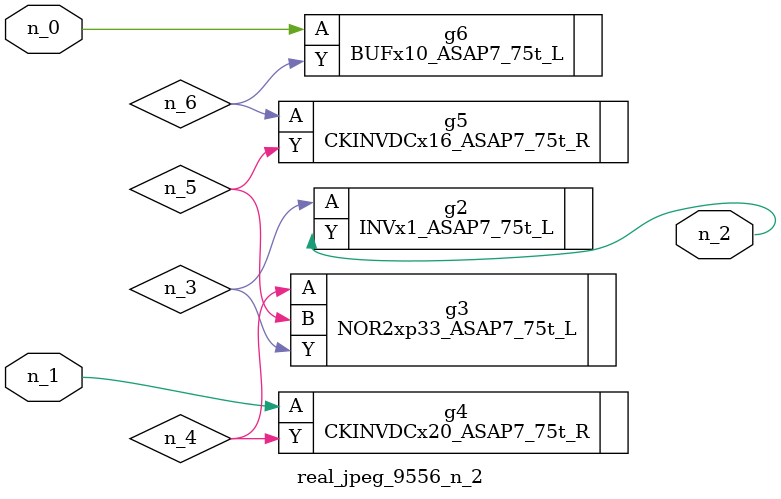
<source format=v>
module real_jpeg_9556_n_2 (n_1, n_0, n_2);

input n_1;
input n_0;

output n_2;

wire n_5;
wire n_4;
wire n_6;
wire n_3;

BUFx10_ASAP7_75t_L g6 ( 
.A(n_0),
.Y(n_6)
);

CKINVDCx20_ASAP7_75t_R g4 ( 
.A(n_1),
.Y(n_4)
);

INVx1_ASAP7_75t_L g2 ( 
.A(n_3),
.Y(n_2)
);

NOR2xp33_ASAP7_75t_L g3 ( 
.A(n_4),
.B(n_5),
.Y(n_3)
);

CKINVDCx16_ASAP7_75t_R g5 ( 
.A(n_6),
.Y(n_5)
);


endmodule
</source>
